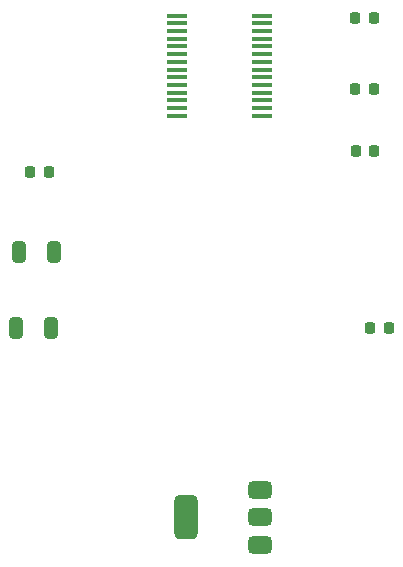
<source format=gbr>
%TF.GenerationSoftware,KiCad,Pcbnew,9.0.0*%
%TF.CreationDate,2025-04-07T20:23:24+05:30*%
%TF.ProjectId,arduino nano clone,61726475-696e-46f2-906e-616e6f20636c,rev?*%
%TF.SameCoordinates,Original*%
%TF.FileFunction,Paste,Top*%
%TF.FilePolarity,Positive*%
%FSLAX46Y46*%
G04 Gerber Fmt 4.6, Leading zero omitted, Abs format (unit mm)*
G04 Created by KiCad (PCBNEW 9.0.0) date 2025-04-07 20:23:24*
%MOMM*%
%LPD*%
G01*
G04 APERTURE LIST*
G04 Aperture macros list*
%AMRoundRect*
0 Rectangle with rounded corners*
0 $1 Rounding radius*
0 $2 $3 $4 $5 $6 $7 $8 $9 X,Y pos of 4 corners*
0 Add a 4 corners polygon primitive as box body*
4,1,4,$2,$3,$4,$5,$6,$7,$8,$9,$2,$3,0*
0 Add four circle primitives for the rounded corners*
1,1,$1+$1,$2,$3*
1,1,$1+$1,$4,$5*
1,1,$1+$1,$6,$7*
1,1,$1+$1,$8,$9*
0 Add four rect primitives between the rounded corners*
20,1,$1+$1,$2,$3,$4,$5,0*
20,1,$1+$1,$4,$5,$6,$7,0*
20,1,$1+$1,$6,$7,$8,$9,0*
20,1,$1+$1,$8,$9,$2,$3,0*%
G04 Aperture macros list end*
%ADD10RoundRect,0.225000X-0.225000X-0.250000X0.225000X-0.250000X0.225000X0.250000X-0.225000X0.250000X0*%
%ADD11RoundRect,0.375000X0.625000X0.375000X-0.625000X0.375000X-0.625000X-0.375000X0.625000X-0.375000X0*%
%ADD12RoundRect,0.500000X0.500000X1.400000X-0.500000X1.400000X-0.500000X-1.400000X0.500000X-1.400000X0*%
%ADD13RoundRect,0.250000X-0.325000X-0.650000X0.325000X-0.650000X0.325000X0.650000X-0.325000X0.650000X0*%
%ADD14R,1.750000X0.450000*%
G04 APERTURE END LIST*
D10*
%TO.C,C7*%
X137577380Y-86500000D03*
X139127380Y-86500000D03*
%TD*%
D11*
%TO.C,U6*%
X157027380Y-118050000D03*
X157027380Y-115750000D03*
D12*
X150727380Y-115750000D03*
D11*
X157027380Y-113450000D03*
%TD*%
D13*
%TO.C,C2*%
X136627380Y-93250000D03*
X139577380Y-93250000D03*
%TD*%
D10*
%TO.C,C3*%
X166377380Y-99750000D03*
X167927380Y-99750000D03*
%TD*%
%TO.C,C5*%
X165127380Y-84750000D03*
X166677380Y-84750000D03*
%TD*%
D13*
%TO.C,C6*%
X136402380Y-99750000D03*
X139352380Y-99750000D03*
%TD*%
D10*
%TO.C,0.1mF1*%
X165102380Y-79500000D03*
X166652380Y-79500000D03*
%TD*%
%TO.C,C4*%
X165102380Y-73500000D03*
X166652380Y-73500000D03*
%TD*%
D14*
%TO.C,U3*%
X150027380Y-73275000D03*
X150027380Y-73925000D03*
X150027380Y-74575000D03*
X150027380Y-75225000D03*
X150027380Y-75875000D03*
X150027380Y-76525000D03*
X150027380Y-77175000D03*
X150027380Y-77825000D03*
X150027380Y-78475000D03*
X150027380Y-79125000D03*
X150027380Y-79775000D03*
X150027380Y-80425000D03*
X150027380Y-81075000D03*
X150027380Y-81725000D03*
X157227380Y-81725000D03*
X157227380Y-81075000D03*
X157227380Y-80425000D03*
X157227380Y-79775000D03*
X157227380Y-79125000D03*
X157227380Y-78475000D03*
X157227380Y-77825000D03*
X157227380Y-77175000D03*
X157227380Y-76525000D03*
X157227380Y-75875000D03*
X157227380Y-75225000D03*
X157227380Y-74575000D03*
X157227380Y-73925000D03*
X157227380Y-73275000D03*
%TD*%
M02*

</source>
